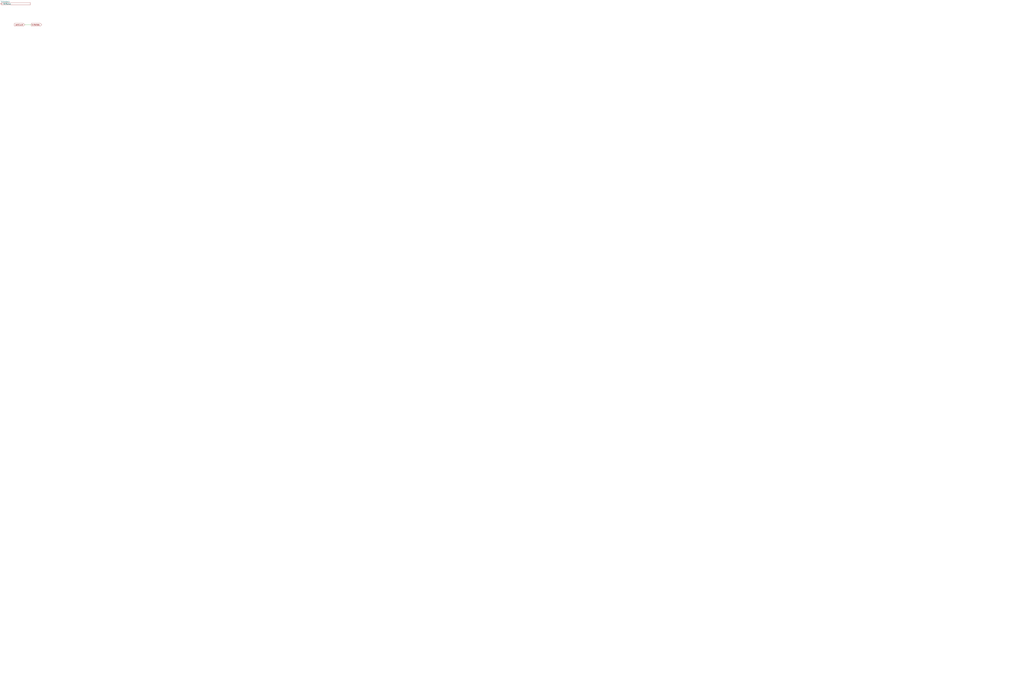
<source format=kicad_sch>
(kicad_sch (version 20231120) (generator "eeschema") (generator_version "8.0")
  (paper "User" 999 666)
  (lib_symbols
    (symbol "e5ea7ba:a87e18d" (pin_numbers hide)
      (property "Reference" "f151dac" (at 0.254 -0.508 0))
      (symbol "a87e18d_0_1"
        (rectangle (start 1.27 -2.54) (end 29.718 -4.826))
      )
      (symbol "a87e18d_1_1"
        (pin input line (at 0 -3.81 0) (length 2.54) (name "f5f9a4a") (number ""))
      )
    )
  )
  (wire (pts (xy 24.13 24.13) (xy 30.48 24.13)))
  (global_label "fc9d56b" (shape output) (at 30.48 24.13 0) (property "Intersheetrefs" "${INTERSHEET_REFS}" (effects (hide yes))))
  (global_label "de51abf" (shape input) (at 24.13 24.13 180) (property "Intersheetrefs" "${INTERSHEET_REFS}" (effects (hide yes))))
  (symbol (lib_id "e5ea7ba:a87e18d") (at 0 0 0) (unit 1)
    (property "Reference" "f151dac1" (at 1.016 1.016 0) (effects (justify left top)))
    (property "Value" "~" (at 0 0 0))
  )
)
</source>
